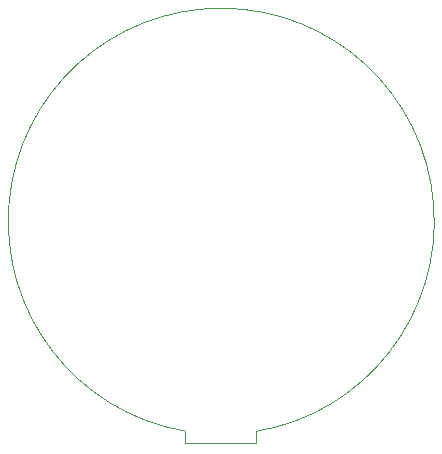
<source format=gm1>
G04 #@! TF.FileFunction,Profile,NP*
%FSLAX46Y46*%
G04 Gerber Fmt 4.6, Leading zero omitted, Abs format (unit mm)*
G04 Created by KiCad (PCBNEW 4.0.6) date 08/27/17 16:41:40*
%MOMM*%
%LPD*%
G01*
G04 APERTURE LIST*
%ADD10C,0.100000*%
G04 APERTURE END LIST*
D10*
X101574924Y-130223185D02*
X101574924Y-129271925D01*
X95587833Y-130223185D02*
X101574924Y-130223185D01*
X95587833Y-129255556D02*
X95587833Y-130223185D01*
X95587833Y-129255556D02*
G75*
G02X101574924Y-129271925I3042167J17775556D01*
G01*
M02*

</source>
